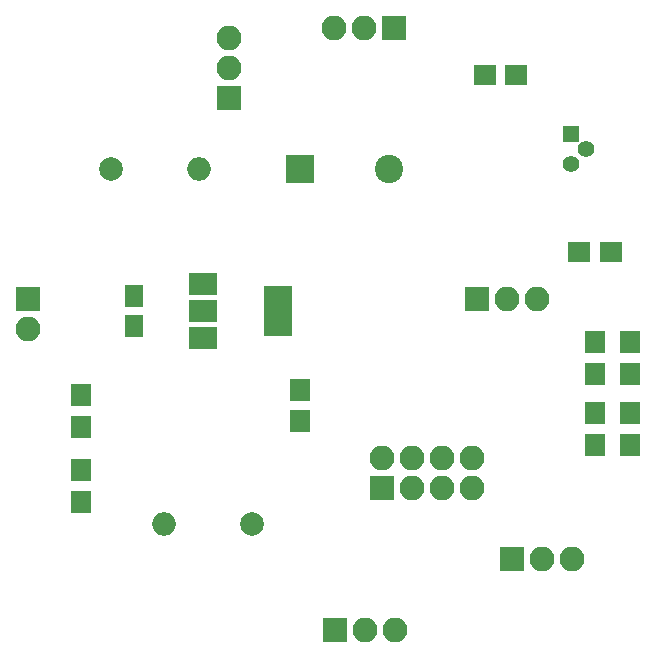
<source format=gts>
G04 #@! TF.FileFunction,Soldermask,Top*
%FSLAX46Y46*%
G04 Gerber Fmt 4.6, Leading zero omitted, Abs format (unit mm)*
G04 Created by KiCad (PCBNEW 4.0.7) date 03/26/19 14:41:24*
%MOMM*%
%LPD*%
G01*
G04 APERTURE LIST*
%ADD10C,0.100000*%
%ADD11R,2.400000X2.400000*%
%ADD12C,2.400000*%
%ADD13R,1.650000X1.900000*%
%ADD14C,2.000000*%
%ADD15O,2.000000X2.000000*%
%ADD16R,1.700000X1.900000*%
%ADD17R,2.100000X2.100000*%
%ADD18O,2.100000X2.100000*%
%ADD19C,1.400000*%
%ADD20R,1.400000X1.400000*%
%ADD21R,1.900000X1.700000*%
%ADD22R,2.400000X4.200000*%
%ADD23R,2.400000X1.900000*%
G04 APERTURE END LIST*
D10*
D11*
X84000000Y-42000000D03*
D12*
X91600000Y-42000000D03*
D13*
X70000000Y-55250000D03*
X70000000Y-52750000D03*
D14*
X68000000Y-42000000D03*
D15*
X75500000Y-42000000D03*
D14*
X80000000Y-72000000D03*
D15*
X72500000Y-72000000D03*
D16*
X65500000Y-70200000D03*
X65500000Y-67500000D03*
X109000000Y-65350000D03*
X109000000Y-62650000D03*
X112000000Y-65350000D03*
X112000000Y-62650000D03*
D17*
X61000000Y-53000000D03*
D18*
X61000000Y-55540000D03*
D17*
X91000000Y-69000000D03*
D18*
X91000000Y-66460000D03*
X93540000Y-69000000D03*
X93540000Y-66460000D03*
X96080000Y-69000000D03*
X96080000Y-66460000D03*
X98620000Y-69000000D03*
X98620000Y-66460000D03*
D17*
X87000000Y-81000000D03*
D18*
X89540000Y-81000000D03*
X92080000Y-81000000D03*
D17*
X92000000Y-30000000D03*
D18*
X89460000Y-30000000D03*
X86920000Y-30000000D03*
D19*
X108270000Y-40270000D03*
X107000000Y-41540000D03*
D20*
X107000000Y-39000000D03*
D16*
X65500000Y-61150000D03*
X65500000Y-63850000D03*
X109000000Y-59350000D03*
X109000000Y-56650000D03*
X112000000Y-59350000D03*
X112000000Y-56650000D03*
X84000000Y-63350000D03*
X84000000Y-60650000D03*
D21*
X102350000Y-34000000D03*
X99650000Y-34000000D03*
X107650000Y-49000000D03*
X110350000Y-49000000D03*
D22*
X82150000Y-54000000D03*
D23*
X75850000Y-54000000D03*
X75850000Y-56300000D03*
X75850000Y-51700000D03*
D17*
X102000000Y-75000000D03*
D18*
X104540000Y-75000000D03*
X107080000Y-75000000D03*
D17*
X99000000Y-53000000D03*
D18*
X101540000Y-53000000D03*
X104080000Y-53000000D03*
D17*
X78000000Y-36000000D03*
D18*
X78000000Y-33460000D03*
X78000000Y-30920000D03*
M02*

</source>
